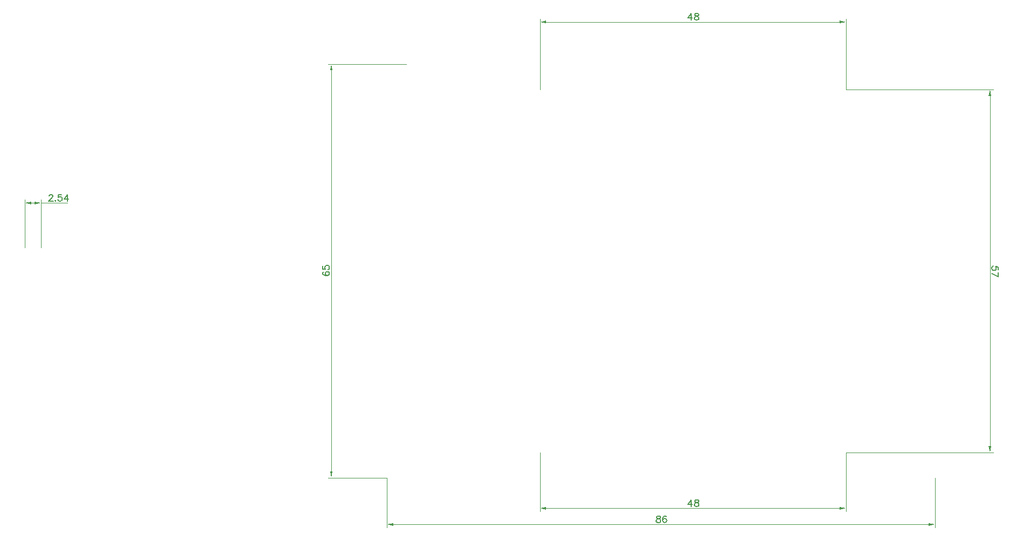
<source format=gbr>
%TF.GenerationSoftware,Novarm,DipTrace,3.3.1.3*%
%TF.CreationDate,2023-12-10T18:24:31+00:00*%
%FSLAX35Y35*%
%MOMM*%
%TF.FileFunction,Drawing,Top*%
%TF.Part,Single*%
%ADD13C,0.125*%
%ADD105C,0.15686*%
G75*
G01*
%LPD*%
D13*
X0Y-780250D1*
X8600000Y0D2*
Y-780250D1*
X4300000Y-730250D2*
X100000D1*
G36*
X0D2*
X100000Y-710250D1*
Y-750250D1*
X0Y-730250D1*
G37*
X4300000D2*
D13*
X8500000D1*
G36*
X8600000D2*
X8500000Y-750250D1*
Y-710250D1*
X8600000Y-730250D1*
G37*
X301623Y6500000D2*
D13*
X-923123D1*
X0Y0D2*
X-923123D1*
X-873123Y3250000D2*
Y6400000D1*
G36*
Y6500000D2*
X-853123Y6400000D1*
X-893123D1*
X-873123Y6500000D1*
G37*
Y3250000D2*
D13*
Y100000D1*
G36*
Y0D2*
X-893123Y100000D1*
X-853123D1*
X-873123Y0D1*
G37*
X-5683250Y3619500D2*
D13*
Y4368000D1*
X-5429250Y3619500D2*
Y4368000D1*
X-5556250Y4318000D2*
X-5583250D1*
G36*
X-5683250D2*
X-5583250Y4338000D1*
Y4298000D1*
X-5683250Y4318000D1*
G37*
X-5556250D2*
D13*
X-5529250D1*
G36*
X-5429250D2*
X-5529250Y4298000D1*
Y4338000D1*
X-5429250Y4318000D1*
G37*
X-5016357D2*
D13*
X-5429250D1*
X2400000Y6100000D2*
Y7209627D1*
X7200000Y6100000D2*
Y7209627D1*
X4800000Y7159627D2*
X2500000D1*
G36*
X2400000D2*
X2500000Y7179627D1*
Y7139627D1*
X2400000Y7159627D1*
G37*
X4800000D2*
D13*
X7100000D1*
G36*
X7200000D2*
X7100000Y7139627D1*
Y7179627D1*
X7200000Y7159627D1*
G37*
X2400000Y400000D2*
D13*
Y-526250D1*
X7200000Y400000D2*
Y-526250D1*
X4800000Y-476250D2*
X2500000D1*
G36*
X2400000D2*
X2500000Y-456250D1*
Y-496250D1*
X2400000Y-476250D1*
G37*
X4800000D2*
D13*
X7100000D1*
G36*
X7200000D2*
X7100000Y-496250D1*
Y-456250D1*
X7200000Y-476250D1*
G37*
Y6100000D2*
D13*
X9511500D1*
X7200000Y400000D2*
X9511500D1*
X9461500Y3250000D2*
Y6000000D1*
G36*
Y6100000D2*
X9481500Y6000000D1*
X9441500D1*
X9461500Y6100000D1*
G37*
Y3250000D2*
D13*
Y500000D1*
G36*
Y400000D2*
X9441500Y500000D1*
X9481500D1*
X9461500Y400000D1*
G37*
X4250884Y-597259D2*
D105*
X4236396Y-602089D1*
X4231455Y-611747D1*
Y-621518D1*
X4236396Y-631176D1*
X4246055Y-636118D1*
X4265484Y-640947D1*
X4280084Y-645776D1*
X4289742Y-655547D1*
X4294571Y-665205D1*
Y-679805D1*
X4289742Y-689464D1*
X4284913Y-694405D1*
X4270313Y-699235D1*
X4250884D1*
X4236396Y-694405D1*
X4231455Y-689464D1*
X4226625Y-679805D1*
Y-665205D1*
X4231455Y-655547D1*
X4241225Y-645776D1*
X4255713Y-640947D1*
X4275142Y-636118D1*
X4284913Y-631176D1*
X4289742Y-621518D1*
Y-611747D1*
X4284913Y-602089D1*
X4270313Y-597259D1*
X4250884D1*
X4384232Y-611747D2*
X4379402Y-602089D1*
X4364802Y-597259D1*
X4355144D1*
X4340544Y-602089D1*
X4330773Y-616689D1*
X4325944Y-640947D1*
Y-665205D1*
X4330773Y-684635D1*
X4340544Y-694405D1*
X4355144Y-699235D1*
X4359973D1*
X4374461Y-694405D1*
X4384232Y-684635D1*
X4389061Y-670035D1*
Y-665205D1*
X4384232Y-650605D1*
X4374461Y-640947D1*
X4359973Y-636118D1*
X4355144D1*
X4340544Y-640947D1*
X4330773Y-650605D1*
X4325944Y-665205D1*
X-991626Y3234857D2*
X-1001285Y3230028D1*
X-1006114Y3215428D1*
Y3205769D1*
X-1001285Y3191169D1*
X-986685Y3181398D1*
X-962426Y3176569D1*
X-938168D1*
X-918739Y3181398D1*
X-908968Y3191169D1*
X-904139Y3205769D1*
Y3210598D1*
X-908968Y3225086D1*
X-918739Y3234857D1*
X-933339Y3239686D1*
X-938168D1*
X-952768Y3234857D1*
X-962426Y3225086D1*
X-967256Y3210598D1*
Y3205769D1*
X-962426Y3191169D1*
X-952768Y3181398D1*
X-938168Y3176569D1*
X-1006114Y3329346D2*
Y3280829D1*
X-962426Y3276000D1*
X-967256Y3280829D1*
X-972197Y3295429D1*
Y3309917D1*
X-967256Y3324517D1*
X-957597Y3334288D1*
X-942997Y3339117D1*
X-933339D1*
X-918739Y3334288D1*
X-908968Y3324517D1*
X-904139Y3309917D1*
Y3295429D1*
X-908968Y3280829D1*
X-913909Y3276000D1*
X-923568Y3271059D1*
X-5300779Y4426732D2*
Y4431561D1*
X-5295950Y4441332D1*
X-5291121Y4446161D1*
X-5281350Y4450991D1*
X-5261921D1*
X-5252262Y4446161D1*
X-5247433Y4441332D1*
X-5242491Y4431561D1*
Y4421903D1*
X-5247433Y4412132D1*
X-5257091Y4397645D1*
X-5305721Y4349015D1*
X-5237662D1*
X-5201460Y4358786D2*
X-5206290Y4353845D1*
X-5201460Y4349015D1*
X-5196519Y4353845D1*
X-5201460Y4358786D1*
X-5106859Y4450991D2*
X-5155375D1*
X-5160205Y4407303D1*
X-5155375Y4412132D1*
X-5140775Y4417074D1*
X-5126288D1*
X-5111688Y4412132D1*
X-5101917Y4402474D1*
X-5097088Y4387874D1*
Y4378215D1*
X-5101917Y4363615D1*
X-5111688Y4353845D1*
X-5126288Y4349015D1*
X-5140775D1*
X-5155375Y4353845D1*
X-5160205Y4358786D1*
X-5165146Y4368445D1*
X-5017086Y4349015D2*
Y4450991D1*
X-5065715Y4383045D1*
X-4992828D1*
X4770369Y7190642D2*
Y7292617D1*
X4721740Y7224671D1*
X4794628D1*
X4850259Y7292617D2*
X4835771Y7287788D1*
X4830829Y7278130D1*
Y7268359D1*
X4835771Y7258700D1*
X4845429Y7253759D1*
X4864859Y7248930D1*
X4879459Y7244100D1*
X4889117Y7234330D1*
X4893946Y7224671D1*
Y7210071D1*
X4889117Y7200413D1*
X4884288Y7195471D1*
X4869688Y7190642D1*
X4850259D1*
X4835771Y7195471D1*
X4830829Y7200413D1*
X4826000Y7210071D1*
Y7224671D1*
X4830829Y7234330D1*
X4840600Y7244100D1*
X4855088Y7248930D1*
X4874517Y7253759D1*
X4884288Y7258700D1*
X4889117Y7268359D1*
Y7278130D1*
X4884288Y7287788D1*
X4869688Y7292617D1*
X4850259D1*
X4770369Y-445235D2*
Y-343259D1*
X4721740Y-411205D1*
X4794628D1*
X4850259Y-343259D2*
X4835771Y-348089D1*
X4830829Y-357747D1*
Y-367518D1*
X4835771Y-377176D1*
X4845429Y-382118D1*
X4864859Y-386947D1*
X4879459Y-391776D1*
X4889117Y-401547D1*
X4893946Y-411205D1*
Y-425805D1*
X4889117Y-435464D1*
X4884288Y-440405D1*
X4869688Y-445235D1*
X4850259D1*
X4835771Y-440405D1*
X4830829Y-435464D1*
X4826000Y-425805D1*
Y-411205D1*
X4830829Y-401547D1*
X4840600Y-391776D1*
X4855088Y-386947D1*
X4874517Y-382118D1*
X4884288Y-377176D1*
X4889117Y-367518D1*
Y-357747D1*
X4884288Y-348089D1*
X4869688Y-343259D1*
X4850259D1*
X9594491Y3267614D2*
Y3316131D1*
X9550803Y3320960D1*
X9555632Y3316131D1*
X9560574Y3301531D1*
Y3287043D1*
X9555632Y3272443D1*
X9545974Y3262672D1*
X9531374Y3257843D1*
X9521715D1*
X9507115Y3262672D1*
X9497345Y3272443D1*
X9492515Y3287043D1*
Y3301531D1*
X9497345Y3316131D1*
X9502286Y3320960D1*
X9511945Y3325902D1*
X9492515Y3207041D2*
X9594491Y3158412D1*
Y3226471D1*
M02*

</source>
